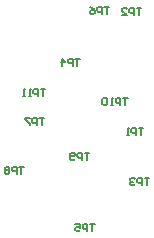
<source format=gbo>
%FSLAX25Y25*%
%MOIN*%
G70*
G01*
G75*
G04 Layer_Color=32896*
%ADD10R,0.05500X0.08000*%
%ADD11R,0.12000X0.15000*%
%ADD12R,0.01500X0.02000*%
%ADD13R,0.02000X0.01500*%
%ADD14R,0.01575X0.01969*%
%ADD15R,0.02500X0.03000*%
%ADD16R,0.02000X0.02000*%
%ADD17R,0.00984X0.01969*%
%ADD18R,0.04331X0.04724*%
%ADD19R,0.03937X0.06299*%
%ADD20R,0.01575X0.01850*%
%ADD21R,0.06693X0.03740*%
%ADD22R,0.01575X0.01850*%
%ADD23R,0.01181X0.02598*%
%ADD24R,0.01575X0.01929*%
%ADD25R,0.01181X0.01929*%
%ADD26R,0.14961X0.12047*%
%ADD27R,0.02756X0.01575*%
%ADD28C,0.02000*%
%ADD29C,0.02500*%
%ADD30C,0.01000*%
%ADD31C,0.01500*%
%ADD32C,0.00800*%
%ADD33C,0.04000*%
%ADD34C,0.00700*%
%ADD35C,0.00500*%
%ADD36C,0.00600*%
%ADD37C,0.01200*%
%ADD38R,0.01969X0.00787*%
%ADD39R,0.04134X0.05512*%
%ADD40C,0.08268*%
%ADD41O,0.17716X0.06299*%
%ADD42O,0.06299X0.15748*%
%ADD43O,0.15748X0.06299*%
%ADD44C,0.02000*%
%ADD45C,0.05000*%
%ADD46C,0.04000*%
%ADD47C,0.00394*%
%ADD48C,0.00591*%
%ADD49R,0.01673X0.01673*%
%ADD50R,0.06693X0.05118*%
%ADD51R,0.06093X0.03140*%
%ADD52R,0.01378X0.01654*%
%ADD53R,0.00984X0.02402*%
%ADD54R,0.02362X0.01181*%
%ADD55R,0.03500X0.06000*%
%ADD56R,0.12787X0.15787*%
%ADD57R,0.01900X0.02400*%
%ADD58R,0.02400X0.01900*%
%ADD59R,0.01975X0.02369*%
%ADD60R,0.02900X0.03400*%
%ADD61R,0.02400X0.02400*%
%ADD62R,0.01378X0.02362*%
%ADD63R,0.04731X0.05124*%
%ADD64R,0.04337X0.06699*%
%ADD65R,0.01975X0.02250*%
%ADD66R,0.07093X0.04140*%
%ADD67R,0.02135X0.02410*%
%ADD68R,0.01741X0.03158*%
%ADD69R,0.01775X0.02129*%
%ADD70R,0.01381X0.02129*%
%ADD71R,0.15161X0.12247*%
%ADD72R,0.03150X0.01969*%
%ADD73R,0.02362X0.01181*%
%ADD74C,0.05118*%
%ADD75C,0.00800*%
%ADD76C,0.09068*%
%ADD77C,0.01400*%
%ADD78C,0.05800*%
%ADD79C,0.04800*%
D36*
X40100Y75399D02*
X38500D01*
X39300D01*
Y73000D01*
X37701D02*
Y75399D01*
X36501D01*
X36101Y74999D01*
Y74200D01*
X36501Y73800D01*
X37701D01*
X35302Y73000D02*
X34502D01*
X34902D01*
Y75399D01*
X35302Y74999D01*
X33302Y73000D02*
X32502D01*
X32902D01*
Y75399D01*
X33302Y74999D01*
X67500Y72399D02*
X65900D01*
X66700D01*
Y70000D01*
X65101D02*
Y72399D01*
X63901D01*
X63501Y71999D01*
Y71200D01*
X63901Y70800D01*
X65101D01*
X62702Y70000D02*
X61902D01*
X62302D01*
Y72399D01*
X62702Y71999D01*
X60702D02*
X60302Y72399D01*
X59503D01*
X59103Y71999D01*
Y70400D01*
X59503Y70000D01*
X60302D01*
X60702Y70400D01*
Y71999D01*
X54800Y54199D02*
X53201D01*
X54000D01*
Y51800D01*
X52401D02*
Y54199D01*
X51201D01*
X50801Y53799D01*
Y53000D01*
X51201Y52600D01*
X52401D01*
X50002Y52200D02*
X49602Y51800D01*
X48802D01*
X48402Y52200D01*
Y53799D01*
X48802Y54199D01*
X49602D01*
X50002Y53799D01*
Y53399D01*
X49602Y53000D01*
X48402D01*
X32900Y49599D02*
X31301D01*
X32100D01*
Y47200D01*
X30501D02*
Y49599D01*
X29301D01*
X28901Y49199D01*
Y48400D01*
X29301Y48000D01*
X30501D01*
X28102Y49199D02*
X27702Y49599D01*
X26902D01*
X26502Y49199D01*
Y48799D01*
X26902Y48400D01*
X26502Y48000D01*
Y47600D01*
X26902Y47200D01*
X27702D01*
X28102Y47600D01*
Y48000D01*
X27702Y48400D01*
X28102Y48799D01*
Y49199D01*
X27702Y48400D02*
X26902D01*
X72800Y62499D02*
X71201D01*
X72000D01*
Y60100D01*
X70401D02*
Y62499D01*
X69201D01*
X68801Y62099D01*
Y61300D01*
X69201Y60900D01*
X70401D01*
X68002Y60100D02*
X67202D01*
X67602D01*
Y62499D01*
X68002Y62099D01*
X72100Y102399D02*
X70500D01*
X71300D01*
Y100000D01*
X69701D02*
Y102399D01*
X68501D01*
X68101Y101999D01*
Y101200D01*
X68501Y100800D01*
X69701D01*
X65702Y100000D02*
X67302D01*
X65702Y101600D01*
Y101999D01*
X66102Y102399D01*
X66902D01*
X67302Y101999D01*
X74800Y45799D02*
X73201D01*
X74000D01*
Y43400D01*
X72401D02*
Y45799D01*
X71201D01*
X70801Y45399D01*
Y44600D01*
X71201Y44200D01*
X72401D01*
X70002Y45399D02*
X69602Y45799D01*
X68802D01*
X68402Y45399D01*
Y45000D01*
X68802Y44600D01*
X69202D01*
X68802D01*
X68402Y44200D01*
Y43800D01*
X68802Y43400D01*
X69602D01*
X70002Y43800D01*
X51600Y85599D02*
X50001D01*
X50800D01*
Y83200D01*
X49201D02*
Y85599D01*
X48001D01*
X47601Y85199D01*
Y84400D01*
X48001Y84000D01*
X49201D01*
X45602Y83200D02*
Y85599D01*
X46802Y84400D01*
X45202D01*
X56500Y30399D02*
X54900D01*
X55700D01*
Y28000D01*
X54101D02*
Y30399D01*
X52901D01*
X52501Y29999D01*
Y29200D01*
X52901Y28800D01*
X54101D01*
X50102Y30399D02*
X51702D01*
Y29200D01*
X50902Y29599D01*
X50502D01*
X50102Y29200D01*
Y28400D01*
X50502Y28000D01*
X51302D01*
X51702Y28400D01*
X61300Y102899D02*
X59701D01*
X60500D01*
Y100500D01*
X58901D02*
Y102899D01*
X57701D01*
X57301Y102499D01*
Y101700D01*
X57701Y101300D01*
X58901D01*
X54902Y102899D02*
X55702Y102499D01*
X56502Y101700D01*
Y100900D01*
X56102Y100500D01*
X55302D01*
X54902Y100900D01*
Y101300D01*
X55302Y101700D01*
X56502D01*
X39700Y65799D02*
X38100D01*
X38900D01*
Y63400D01*
X37301D02*
Y65799D01*
X36101D01*
X35701Y65399D01*
Y64600D01*
X36101Y64200D01*
X37301D01*
X34902Y65799D02*
X33302D01*
Y65399D01*
X34902Y63800D01*
Y63400D01*
M02*

</source>
